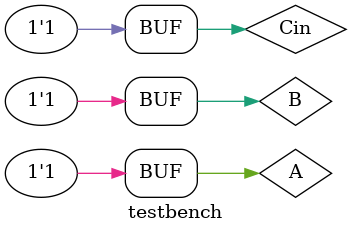
<source format=v>
module half_adder (in1,
                    in2,
                    sum,
                    carry);
   
   input in1, in2;
   output sum, carry;

   assign sum = in1 ^ in2;
   assign carry = in1 && in2;
   
   
endmodule // half_adder

module full_adder (in1,
                    in2,
                    carryIn,
                    sum,
                    carryOut);

    input in1,in2,carryIn;
    output sum,carryOut;
    
    wire InputSum, InputCarry;
    wire finalSum, finalCarry;
    
    half_adder a(in1, in2, InputSum, InputCarry);
    half_adder b(InputSum, carryIn, finalSum, finalCarry);
    
    assign carryOut = finalCarry || InputCarry;
    assign sum = finalSum;

endmodule // full_adder








// testbench
module testbench;

    reg A, B, Cin;
    wire S, Cout;

    full_adder a(A, B, Cin ,S, Cout);

initial begin
    
    A = 0; B = 0; Cin = 0;

    #10;
    A = 0;
    B = 0;
    Cin = 0;
    
    #10
    A = 0;
    B = 0;
    Cin = 1;

    #10
    A = 0;
    B = 1;
    Cin = 0;

    #10
    A = 0;
    B = 1;
    Cin = 1;

    #10;
    A = 1;
    B = 0;
    Cin = 0;
    
    #10
    A = 1;
    B = 0;
    Cin = 1;

    #10
    A = 1;
    B = 1;
    Cin = 0;

    #10
    A = 1;
    B = 1;
    Cin = 1;
    
end

initial begin
    $monitor("A = %d, B = %d, Cin = %d ,S = %d, Cout = %d", A, B, Cin, S, Cout);
end

endmodule // testbench
</source>
